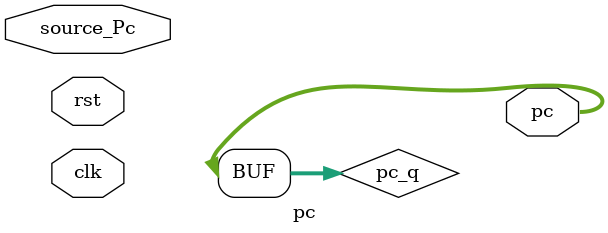
<source format=sv>
module pc (
	input logic clk, rst, source_Pc,
	output logic [31:0] pc
);

logic [31:0] pc_d,pc_q,pc_inc;
logic [31:0] offshift;

always_comb begin : ADD
    pc_inc  = pc_q + 1;
end

always_comb begin : mux
    pc_d = (source_Pc) ? (offshift + pc_inc) : pc_inc;
end

always_comb pc = pc_q;
    
endmodule
</source>
